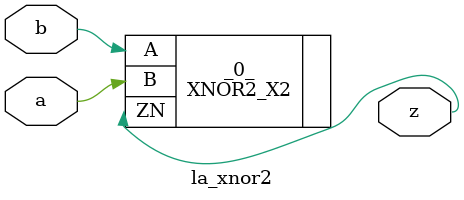
<source format=v>

/* Generated by Yosys 0.44 (git sha1 80ba43d26, g++ 11.4.0-1ubuntu1~22.04 -fPIC -O3) */

(* top =  1  *)
(* src = "generated" *)
(* keep_hierarchy *)
module la_xnor2 (
    a,
    b,
    z
);
  (* src = "generated" *)
  input a;
  wire a;
  (* src = "generated" *)
  input b;
  wire b;
  (* src = "generated" *)
  output z;
  wire z;
  XNOR2_X2 _0_ (
      .A (b),
      .B (a),
      .ZN(z)
  );
endmodule

</source>
